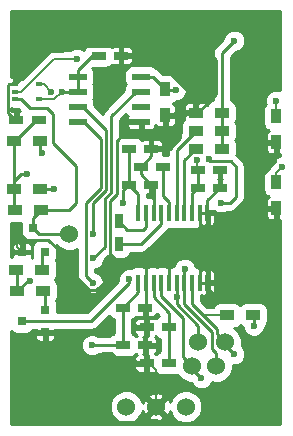
<source format=gbl>
G04 #@! TF.FileFunction,Copper,L2,Bot,Signal*
%FSLAX46Y46*%
G04 Gerber Fmt 4.6, Leading zero omitted, Abs format (unit mm)*
G04 Created by KiCad (PCBNEW 4.0.4-stable) date 11/08/16 21:01:40*
%MOMM*%
%LPD*%
G01*
G04 APERTURE LIST*
%ADD10C,0.100000*%
%ADD11R,1.200000X0.750000*%
%ADD12R,1.550000X0.600000*%
%ADD13R,0.450000X1.450000*%
%ADD14R,0.750000X1.200000*%
%ADD15R,1.200000X0.900000*%
%ADD16R,0.900000X1.200000*%
%ADD17C,1.524000*%
%ADD18R,0.508000X0.304800*%
%ADD19R,0.800100X0.800100*%
%ADD20C,0.600000*%
%ADD21C,0.200000*%
%ADD22C,0.250000*%
%ADD23C,0.254000*%
G04 APERTURE END LIST*
D10*
D11*
X133284000Y-90170000D03*
X131384000Y-90170000D03*
D12*
X141986000Y-86487000D03*
X141986000Y-87757000D03*
X141986000Y-89027000D03*
X141986000Y-90297000D03*
X136586000Y-90297000D03*
X136586000Y-89027000D03*
X136586000Y-87757000D03*
X136586000Y-86487000D03*
D13*
X141728000Y-98015000D03*
X142378000Y-98015000D03*
X143028000Y-98015000D03*
X143678000Y-98015000D03*
X144328000Y-98015000D03*
X144978000Y-98015000D03*
X145628000Y-98015000D03*
X146278000Y-98015000D03*
X146928000Y-98015000D03*
X147578000Y-98015000D03*
X147578000Y-103915000D03*
X146928000Y-103915000D03*
X146278000Y-103915000D03*
X145628000Y-103915000D03*
X144978000Y-103915000D03*
X144328000Y-103915000D03*
X143678000Y-103915000D03*
X143028000Y-103915000D03*
X142378000Y-103915000D03*
X141728000Y-103915000D03*
D11*
X140401000Y-106045000D03*
X142301000Y-106045000D03*
X142433000Y-110744000D03*
X144333000Y-110744000D03*
X140909000Y-92583000D03*
X142809000Y-92583000D03*
X146751000Y-95885000D03*
X148651000Y-95885000D03*
X140401000Y-109220000D03*
X142301000Y-109220000D03*
X144333000Y-107696000D03*
X142433000Y-107696000D03*
X140909000Y-95631000D03*
X142809000Y-95631000D03*
X141925000Y-94107000D03*
X143825000Y-94107000D03*
X146751000Y-94361000D03*
X148651000Y-94361000D03*
D14*
X140081000Y-98745000D03*
X140081000Y-100645000D03*
D11*
X138369000Y-84709000D03*
X140269000Y-84709000D03*
D15*
X148801000Y-91059000D03*
X146601000Y-91059000D03*
X148801000Y-92583000D03*
X146601000Y-92583000D03*
X148801000Y-89535000D03*
X146601000Y-89535000D03*
D16*
X153416000Y-92032000D03*
X153416000Y-89832000D03*
X153416000Y-97620000D03*
X153416000Y-95420000D03*
D15*
X151468000Y-106680000D03*
X149268000Y-106680000D03*
D16*
X144018000Y-87546000D03*
X144018000Y-89746000D03*
D15*
X133434000Y-96012000D03*
X131234000Y-96012000D03*
X133688000Y-104648000D03*
X131488000Y-104648000D03*
X133604000Y-102870000D03*
X131404000Y-102870000D03*
X131318000Y-97790000D03*
X133518000Y-97790000D03*
X131234000Y-91948000D03*
X133434000Y-91948000D03*
D17*
X145756000Y-114427000D03*
X143256000Y-114427000D03*
X140716000Y-114427000D03*
D18*
X131318000Y-88392000D03*
X131318000Y-87122000D03*
X133350000Y-88392000D03*
X131318000Y-87757000D03*
X133350000Y-87122000D03*
D19*
X133842760Y-106238000D03*
X133842760Y-108138000D03*
X131843780Y-107188000D03*
X133792000Y-101330760D03*
X131892000Y-101330760D03*
X132842000Y-99331780D03*
D17*
X135890000Y-99822000D03*
X149098000Y-108966000D03*
X146812000Y-108966000D03*
X148336000Y-110998000D03*
X146304000Y-110998000D03*
D20*
X146685000Y-93533002D03*
X140462000Y-97155000D03*
X151511000Y-107569000D03*
X137795000Y-109220000D03*
X135255000Y-87757000D03*
X132334000Y-94742000D03*
X143256000Y-113157000D03*
X143256000Y-115697000D03*
X142367000Y-115316000D03*
X135001000Y-112268000D03*
X135001000Y-115443000D03*
X135509000Y-113919000D03*
X135586242Y-83996411D03*
X146558000Y-83312000D03*
X131479757Y-99568000D03*
X137795000Y-110744000D03*
X149860000Y-105174000D03*
X140970000Y-103632000D03*
X149860000Y-109982000D03*
X144907000Y-87630000D03*
X147701000Y-93472000D03*
X148717000Y-97155000D03*
X137922000Y-101854000D03*
X137888105Y-103939679D03*
X137922000Y-99822000D03*
X145003000Y-105156000D03*
X134366000Y-87757000D03*
X145669000Y-102743000D03*
X153416000Y-88519000D03*
X153924000Y-94107000D03*
X134620000Y-96012000D03*
X132588000Y-103759000D03*
X133604000Y-92964000D03*
X149860000Y-83439000D03*
X147066000Y-112014000D03*
X136525000Y-84963000D03*
D21*
X133350000Y-88392000D02*
X134620000Y-88392000D01*
X134620000Y-88392000D02*
X135255000Y-87757000D01*
X146685000Y-93533002D02*
X146685000Y-94295000D01*
X146685000Y-94295000D02*
X146751000Y-94361000D01*
D22*
X140462000Y-97155000D02*
X140462000Y-96078000D01*
X140462000Y-96078000D02*
X140909000Y-95631000D01*
X151511000Y-107569000D02*
X151511000Y-106723000D01*
X151511000Y-106723000D02*
X151468000Y-106680000D01*
X140401000Y-109220000D02*
X137795000Y-109220000D01*
X136586000Y-87757000D02*
X135255000Y-87757000D01*
X136586000Y-86487000D02*
X136586000Y-87757000D01*
X138369000Y-84709000D02*
X137814000Y-84709000D01*
X137814000Y-84709000D02*
X136586000Y-85937000D01*
X136586000Y-85937000D02*
X136586000Y-86487000D01*
X132334000Y-94742000D02*
X131804000Y-94742000D01*
X131804000Y-94742000D02*
X131234000Y-95312000D01*
X131234000Y-96012000D02*
X131234000Y-97706000D01*
X131234000Y-97706000D02*
X131318000Y-97790000D01*
X131234000Y-96012000D02*
X131234000Y-95312000D01*
X131234000Y-95312000D02*
X131234000Y-91948000D01*
X133284000Y-90170000D02*
X133059000Y-90170000D01*
X133059000Y-90170000D02*
X131281000Y-91948000D01*
X131281000Y-91948000D02*
X131234000Y-91948000D01*
X140401000Y-106045000D02*
X140401000Y-109220000D01*
X146751000Y-95885000D02*
X146278000Y-96358000D01*
X146278000Y-96358000D02*
X146278000Y-98015000D01*
X146751000Y-94361000D02*
X146751000Y-95885000D01*
X140909000Y-95631000D02*
X140909000Y-92583000D01*
X141728000Y-98015000D02*
X141728000Y-96450000D01*
X141728000Y-96450000D02*
X140909000Y-95631000D01*
X141728000Y-103915000D02*
X141728000Y-104718000D01*
X141728000Y-104718000D02*
X140401000Y-106045000D01*
D21*
X143256000Y-113157000D02*
X143256000Y-111342000D01*
X143256000Y-114427000D02*
X143256000Y-113157000D01*
X141940001Y-115742999D02*
X142367000Y-115316000D01*
X143256000Y-114427000D02*
X142367000Y-115316000D01*
X134442810Y-108138000D02*
X134874000Y-108569190D01*
X134874000Y-108569190D02*
X137048810Y-110744000D01*
X135001000Y-112268000D02*
X135300999Y-111968001D01*
X135300999Y-108996189D02*
X134874000Y-108569190D01*
X135300999Y-111968001D02*
X135300999Y-108996189D01*
X135001000Y-115443000D02*
X135300999Y-115742999D01*
X135300999Y-115742999D02*
X141940001Y-115742999D01*
X135509000Y-113919000D02*
X137795000Y-111633000D01*
X137795000Y-111633000D02*
X137795000Y-110744000D01*
X143256000Y-111342000D02*
X142658000Y-110744000D01*
X142658000Y-110744000D02*
X142433000Y-110744000D01*
D22*
X131318000Y-87122000D02*
X131322564Y-87122000D01*
X131322564Y-87122000D02*
X134116564Y-84328000D01*
X134116564Y-84328000D02*
X135254653Y-84328000D01*
X131384000Y-90170000D02*
X131318000Y-90170000D01*
X131318000Y-90170000D02*
X130738999Y-89590999D01*
X130738999Y-89590999D02*
X130738999Y-87197001D01*
X130738999Y-87197001D02*
X130814000Y-87122000D01*
X130814000Y-87122000D02*
X131318000Y-87122000D01*
D21*
X135586242Y-83996411D02*
X140131411Y-83996411D01*
X140131411Y-83996411D02*
X140269000Y-84134000D01*
X140269000Y-84134000D02*
X140269000Y-84709000D01*
D22*
X135251000Y-84328000D02*
X135254653Y-84328000D01*
X135254653Y-84328000D02*
X135586242Y-83996411D01*
X148350991Y-85962599D02*
X148350991Y-85104991D01*
X148350991Y-85104991D02*
X146558000Y-83312000D01*
D21*
X153416000Y-92032000D02*
X153416000Y-93726998D01*
X153416000Y-93726998D02*
X152371000Y-94771998D01*
X152371000Y-94771998D02*
X152371000Y-98015000D01*
X153416000Y-97620000D02*
X152766000Y-97620000D01*
X152766000Y-97620000D02*
X152371000Y-98015000D01*
X152371000Y-98015000D02*
X147578000Y-98015000D01*
D22*
X140025570Y-102177789D02*
X139358302Y-101510521D01*
X139358302Y-101510521D02*
X139358303Y-96992930D01*
X139907033Y-96444200D02*
X139907033Y-91899501D01*
X139358303Y-96992930D02*
X139907033Y-96444200D01*
X139907033Y-91899501D02*
X140620534Y-91186000D01*
X140620534Y-91186000D02*
X142116924Y-91186000D01*
X140025570Y-102177789D02*
X140025570Y-102727216D01*
X138188106Y-104564680D02*
X137588104Y-104564680D01*
X140025570Y-102727216D02*
X138188106Y-104564680D01*
X137588104Y-104564680D02*
X135844841Y-102821417D01*
X132183767Y-100272010D02*
X131479757Y-99568000D01*
X135844841Y-102821417D02*
X135844841Y-101998499D01*
X135844841Y-101998499D02*
X134118352Y-100272010D01*
X134118352Y-100272010D02*
X132183767Y-100272010D01*
D21*
X131479757Y-99568000D02*
X131479757Y-100918517D01*
X131479757Y-100918517D02*
X131892000Y-101330760D01*
X138649002Y-109889998D02*
X139480002Y-109889998D01*
X137795000Y-110744000D02*
X138649002Y-109889998D01*
X140334004Y-110744000D02*
X142433000Y-110744000D01*
X139480002Y-109889998D02*
X140334004Y-110744000D01*
X137795000Y-110744000D02*
X137048810Y-110744000D01*
X133842760Y-108138000D02*
X134442810Y-108138000D01*
D22*
X146601000Y-89535000D02*
X146601000Y-88398998D01*
X146601000Y-88398998D02*
X142911002Y-84709000D01*
X142911002Y-84709000D02*
X140269000Y-84709000D01*
X144018000Y-89746000D02*
X144718000Y-89746000D01*
X144718000Y-89746000D02*
X145142000Y-90170000D01*
X145142000Y-90170000D02*
X145288000Y-90170000D01*
X142116924Y-91186000D02*
X141986000Y-91055076D01*
X141986000Y-91055076D02*
X141986000Y-90297000D01*
X149860000Y-105174000D02*
X148337000Y-105174000D01*
X148337000Y-105174000D02*
X147578000Y-104415000D01*
X147578000Y-104415000D02*
X147578000Y-103915000D01*
X146928000Y-103915000D02*
X146928000Y-100838000D01*
X145542000Y-100965000D02*
X146801000Y-100965000D01*
X146928000Y-100838000D02*
X146928000Y-98015000D01*
X146801000Y-100965000D02*
X146928000Y-100838000D01*
X142811500Y-102171500D02*
X140031859Y-102171500D01*
X140031859Y-102171500D02*
X140025570Y-102177789D01*
X142809000Y-91878076D02*
X142809000Y-92583000D01*
X142116924Y-91186000D02*
X142809000Y-91878076D01*
X146601000Y-89535000D02*
X146751000Y-89535000D01*
X146751000Y-89535000D02*
X148350990Y-87935010D01*
X148350990Y-87935010D02*
X148350991Y-85962599D01*
X142433000Y-107696000D02*
X142433000Y-106177000D01*
X142433000Y-106177000D02*
X142301000Y-106045000D01*
X142301000Y-109220000D02*
X142301000Y-107828000D01*
X142301000Y-107828000D02*
X142433000Y-107696000D01*
X142433000Y-110744000D02*
X142433000Y-109352000D01*
X142433000Y-109352000D02*
X142301000Y-109220000D01*
X142378000Y-103915000D02*
X142378000Y-102605000D01*
X144018000Y-100965000D02*
X145542000Y-100965000D01*
X142378000Y-102605000D02*
X142811500Y-102171500D01*
X142811500Y-102171500D02*
X144018000Y-100965000D01*
X144328000Y-103915000D02*
X144328000Y-102179000D01*
X144328000Y-102179000D02*
X145542000Y-100965000D01*
X147578000Y-103915000D02*
X147578000Y-98015000D01*
X146928000Y-103915000D02*
X147578000Y-103915000D01*
X148651000Y-95885000D02*
X148651000Y-94361000D01*
X147578000Y-98015000D02*
X146928000Y-98015000D01*
X148651000Y-95885000D02*
X147578000Y-96958000D01*
X147578000Y-96958000D02*
X147578000Y-98015000D01*
X146601000Y-89535000D02*
X145923000Y-89535000D01*
X145923000Y-89535000D02*
X145288000Y-90170000D01*
X145288000Y-90170000D02*
X145288000Y-91694000D01*
X145288000Y-91694000D02*
X144399000Y-92583000D01*
X144399000Y-92583000D02*
X142809000Y-92583000D01*
X143028000Y-98015000D02*
X143028000Y-95850000D01*
X143028000Y-95850000D02*
X142809000Y-95631000D01*
X141925000Y-94107000D02*
X141925000Y-94747000D01*
X141925000Y-94747000D02*
X142809000Y-95631000D01*
X142809000Y-92583000D02*
X142809000Y-93223000D01*
X142809000Y-93223000D02*
X141925000Y-94107000D01*
X142378000Y-103915000D02*
X142378000Y-105968000D01*
X142378000Y-105968000D02*
X142301000Y-106045000D01*
X142809000Y-95631000D02*
X143028000Y-95850000D01*
X144333000Y-110744000D02*
X144333000Y-107696000D01*
X144333000Y-106487000D02*
X144333000Y-107696000D01*
X143028000Y-103915000D02*
X143028000Y-105182000D01*
X143028000Y-105182000D02*
X144333000Y-106487000D01*
X144328000Y-98015000D02*
X144328000Y-97084000D01*
X143825000Y-96581000D02*
X143825000Y-94107000D01*
X144328000Y-97084000D02*
X143825000Y-96581000D01*
X142378000Y-98015000D02*
X142378000Y-99176000D01*
X140777000Y-99441000D02*
X140081000Y-98745000D01*
X142113000Y-99441000D02*
X140777000Y-99441000D01*
X142378000Y-99176000D02*
X142113000Y-99441000D01*
X143678000Y-98015000D02*
X143678000Y-98931795D01*
X143678000Y-98931795D02*
X141964795Y-100645000D01*
X141964795Y-100645000D02*
X140081000Y-100645000D01*
X144978000Y-98015000D02*
X144978000Y-92682000D01*
X144978000Y-92682000D02*
X146601000Y-91059000D01*
X145628000Y-98015000D02*
X145628000Y-93556000D01*
X145628000Y-93556000D02*
X146601000Y-92583000D01*
X146278000Y-105760770D02*
X147197230Y-106680000D01*
X147197230Y-106680000D02*
X148405010Y-107887780D01*
D21*
X149268000Y-106680000D02*
X147197230Y-106680000D01*
D22*
X140970000Y-103915998D02*
X140970000Y-103632000D01*
X131843780Y-107188000D02*
X137697998Y-107188000D01*
X137697998Y-107188000D02*
X140970000Y-103915998D01*
X149098000Y-108966000D02*
X149098000Y-109220000D01*
X149098000Y-109220000D02*
X149860000Y-109982000D01*
X146278000Y-103915000D02*
X146278000Y-105760770D01*
X148405010Y-107887780D02*
X148405010Y-108273010D01*
X148405010Y-108273010D02*
X149098000Y-108966000D01*
X144907000Y-87630000D02*
X144102000Y-87630000D01*
X144102000Y-87630000D02*
X144018000Y-87546000D01*
X147762999Y-93660999D02*
X147701000Y-93599000D01*
X147701000Y-93599000D02*
X147701000Y-93472000D01*
X149987000Y-94107000D02*
X149540999Y-93660999D01*
X149540999Y-93660999D02*
X147762999Y-93660999D01*
X149987000Y-96647000D02*
X149987000Y-94107000D01*
X149479000Y-97155000D02*
X149987000Y-96647000D01*
X148717000Y-97155000D02*
X149479000Y-97155000D01*
X144018000Y-87546000D02*
X142959000Y-86487000D01*
X142959000Y-86487000D02*
X141986000Y-86487000D01*
X139457022Y-89810978D02*
X141511000Y-87757000D01*
X139457022Y-96257800D02*
X139457022Y-89810978D01*
X138908292Y-100867708D02*
X138908293Y-96806529D01*
X137922000Y-101854000D02*
X138908292Y-100867708D01*
X141511000Y-87757000D02*
X141986000Y-87757000D01*
X138908293Y-96806529D02*
X139457022Y-96257800D01*
X137293000Y-103344574D02*
X137293000Y-97149000D01*
X138557000Y-95885000D02*
X138557000Y-91731044D01*
X137061000Y-90297000D02*
X136586000Y-90297000D01*
X137888105Y-103939679D02*
X137293000Y-103344574D01*
X137293000Y-97149000D02*
X138557000Y-95885000D01*
X138557000Y-91731044D02*
X137122956Y-90297000D01*
X137122956Y-90297000D02*
X137061000Y-90297000D01*
X137922000Y-97156411D02*
X139007011Y-96071400D01*
X137922000Y-99822000D02*
X137922000Y-97156411D01*
X139007011Y-90973011D02*
X137061000Y-89027000D01*
X137061000Y-89027000D02*
X136586000Y-89027000D01*
X139007011Y-96071400D02*
X139007011Y-90973011D01*
X144978000Y-105733590D02*
X145003000Y-105708590D01*
X145003000Y-105708590D02*
X145003000Y-105156000D01*
X144978000Y-103915000D02*
X144978000Y-105733590D01*
X144978000Y-105733590D02*
X146812000Y-107567590D01*
X146812000Y-107567590D02*
X146812000Y-108966000D01*
D21*
X133350000Y-87122000D02*
X133731000Y-87122000D01*
X133731000Y-87122000D02*
X134366000Y-87757000D01*
D22*
X145628000Y-103915000D02*
X145628000Y-102784000D01*
X145628000Y-102784000D02*
X145669000Y-102743000D01*
X148336000Y-110998000D02*
X148336000Y-111252000D01*
X145628000Y-103915000D02*
X145628000Y-105747180D01*
X147955000Y-109539370D02*
X148336000Y-109920370D01*
X145628000Y-105747180D02*
X147955000Y-108074180D01*
X147955000Y-108074180D02*
X147955000Y-109539370D01*
X148336000Y-109920370D02*
X148336000Y-110998000D01*
D21*
X153416000Y-89832000D02*
X153416000Y-88519000D01*
X153416000Y-94615000D02*
X153416000Y-95420000D01*
X153924000Y-94107000D02*
X153416000Y-94615000D01*
D22*
X133434000Y-96012000D02*
X134620000Y-96012000D01*
X132588000Y-103759000D02*
X132377000Y-103759000D01*
X132377000Y-103759000D02*
X131488000Y-104648000D01*
X131488000Y-104648000D02*
X131488000Y-102954000D01*
X131488000Y-102954000D02*
X131404000Y-102870000D01*
X134008315Y-89115944D02*
X132545944Y-89115944D01*
X132545944Y-89115944D02*
X131822000Y-88392000D01*
X131822000Y-88392000D02*
X131318000Y-88392000D01*
X134008315Y-89115944D02*
X134527966Y-89635595D01*
X134527966Y-89635595D02*
X134527966Y-92086568D01*
X134527966Y-92086568D02*
X136460420Y-94019022D01*
X136460420Y-94019022D02*
X136460420Y-97186501D01*
X136460420Y-97186501D02*
X135856921Y-97790000D01*
X135856921Y-97790000D02*
X133518000Y-97790000D01*
X135890000Y-99822000D02*
X133332220Y-99822000D01*
X133332220Y-99822000D02*
X132842000Y-99331780D01*
X132842000Y-99331780D02*
X132842000Y-98466000D01*
X132842000Y-98466000D02*
X133518000Y-97790000D01*
X133434000Y-91948000D02*
X133434000Y-92794000D01*
X133434000Y-92794000D02*
X133604000Y-92964000D01*
X133842760Y-106238000D02*
X133842760Y-104802760D01*
X133842760Y-104802760D02*
X133688000Y-104648000D01*
X133604000Y-102870000D02*
X133604000Y-101518760D01*
X133604000Y-101518760D02*
X133792000Y-101330760D01*
X148801000Y-84498000D02*
X149860000Y-83439000D01*
X148801000Y-89535000D02*
X148801000Y-84498000D01*
X148801000Y-91059000D02*
X148801000Y-89535000D01*
X148801000Y-92583000D02*
X148801000Y-91059000D01*
X146304000Y-110998000D02*
X146304000Y-111252000D01*
X146304000Y-111252000D02*
X147066000Y-112014000D01*
X143678000Y-103915000D02*
X143678000Y-105070000D01*
X145542000Y-110236000D02*
X146304000Y-110998000D01*
X145542000Y-106934000D02*
X145542000Y-110236000D01*
X143678000Y-105070000D02*
X145542000Y-106934000D01*
D21*
X131318000Y-87757000D02*
X131772000Y-87757000D01*
X131772000Y-87757000D02*
X134566000Y-84963000D01*
X134566000Y-84963000D02*
X135263948Y-84963000D01*
X135263948Y-84963000D02*
X136525000Y-84963000D01*
D23*
G36*
X153747000Y-87644040D02*
X153602799Y-87584162D01*
X153230833Y-87583838D01*
X152887057Y-87725883D01*
X152623808Y-87988673D01*
X152481162Y-88332201D01*
X152480838Y-88704167D01*
X152509958Y-88774643D01*
X152369569Y-88980110D01*
X152318560Y-89232000D01*
X152318560Y-90432000D01*
X152362838Y-90667317D01*
X152501910Y-90883441D01*
X152714110Y-91028431D01*
X152788250Y-91043445D01*
X152724124Y-91070007D01*
X152604007Y-91190124D01*
X152539000Y-91347065D01*
X152539000Y-91802250D01*
X152645750Y-91909000D01*
X153293000Y-91909000D01*
X153293000Y-91889000D01*
X153539000Y-91889000D01*
X153539000Y-91909000D01*
X153559000Y-91909000D01*
X153559000Y-92155000D01*
X153539000Y-92155000D01*
X153539000Y-92952250D01*
X153645750Y-93059000D01*
X153747000Y-93059000D01*
X153747000Y-93171845D01*
X153738833Y-93171838D01*
X153395057Y-93313883D01*
X153131808Y-93576673D01*
X152989162Y-93920201D01*
X152989090Y-94002463D01*
X152896277Y-94095277D01*
X152827185Y-94198680D01*
X152730683Y-94216838D01*
X152514559Y-94355910D01*
X152369569Y-94568110D01*
X152318560Y-94820000D01*
X152318560Y-96020000D01*
X152362838Y-96255317D01*
X152501910Y-96471441D01*
X152714110Y-96616431D01*
X152788250Y-96631445D01*
X152724124Y-96658007D01*
X152604007Y-96778124D01*
X152539000Y-96935065D01*
X152539000Y-97390250D01*
X152645750Y-97497000D01*
X153293000Y-97497000D01*
X153293000Y-97477000D01*
X153539000Y-97477000D01*
X153539000Y-97497000D01*
X153559000Y-97497000D01*
X153559000Y-97743000D01*
X153539000Y-97743000D01*
X153539000Y-98540250D01*
X153645750Y-98647000D01*
X153747000Y-98647000D01*
X153747000Y-115901000D01*
X130987000Y-115901000D01*
X130987000Y-114703661D01*
X139318758Y-114703661D01*
X139530990Y-115217303D01*
X139923630Y-115610629D01*
X140436900Y-115823757D01*
X140992661Y-115824242D01*
X141506303Y-115612010D01*
X141828016Y-115290858D01*
X142566090Y-115290858D01*
X142646618Y-115475003D01*
X143094058Y-115628429D01*
X143566152Y-115598948D01*
X143865382Y-115475003D01*
X143945910Y-115290858D01*
X143256000Y-114600948D01*
X142566090Y-115290858D01*
X141828016Y-115290858D01*
X141899629Y-115219370D01*
X142091948Y-114756214D01*
X142207997Y-115036382D01*
X142392142Y-115116910D01*
X143082052Y-114427000D01*
X143429948Y-114427000D01*
X144119858Y-115116910D01*
X144304003Y-115036382D01*
X144391183Y-114782136D01*
X144570990Y-115217303D01*
X144963630Y-115610629D01*
X145476900Y-115823757D01*
X146032661Y-115824242D01*
X146546303Y-115612010D01*
X146939629Y-115219370D01*
X147152757Y-114706100D01*
X147153242Y-114150339D01*
X146941010Y-113636697D01*
X146548370Y-113243371D01*
X146035100Y-113030243D01*
X145479339Y-113029758D01*
X144965697Y-113241990D01*
X144572371Y-113634630D01*
X144400077Y-114049561D01*
X144304003Y-113817618D01*
X144119858Y-113737090D01*
X143429948Y-114427000D01*
X143082052Y-114427000D01*
X142392142Y-113737090D01*
X142207997Y-113817618D01*
X142102676Y-114124768D01*
X141901010Y-113636697D01*
X141827584Y-113563142D01*
X142566090Y-113563142D01*
X143256000Y-114253052D01*
X143945910Y-113563142D01*
X143865382Y-113378997D01*
X143417942Y-113225571D01*
X142945848Y-113255052D01*
X142646618Y-113378997D01*
X142566090Y-113563142D01*
X141827584Y-113563142D01*
X141508370Y-113243371D01*
X140995100Y-113030243D01*
X140439339Y-113029758D01*
X139925697Y-113241990D01*
X139532371Y-113634630D01*
X139319243Y-114147900D01*
X139318758Y-114703661D01*
X130987000Y-114703661D01*
X130987000Y-110973750D01*
X141406000Y-110973750D01*
X141406000Y-111203936D01*
X141471007Y-111360876D01*
X141591124Y-111480993D01*
X141748065Y-111546000D01*
X142203250Y-111546000D01*
X142310000Y-111439250D01*
X142310000Y-110867000D01*
X141512750Y-110867000D01*
X141406000Y-110973750D01*
X130987000Y-110973750D01*
X130987000Y-108367750D01*
X133015710Y-108367750D01*
X133015710Y-108622985D01*
X133080717Y-108779926D01*
X133200834Y-108900043D01*
X133357774Y-108965050D01*
X133613010Y-108965050D01*
X133719760Y-108858300D01*
X133719760Y-108261000D01*
X133965760Y-108261000D01*
X133965760Y-108858300D01*
X134072510Y-108965050D01*
X134327746Y-108965050D01*
X134484686Y-108900043D01*
X134604803Y-108779926D01*
X134669810Y-108622985D01*
X134669810Y-108367750D01*
X134563060Y-108261000D01*
X133965760Y-108261000D01*
X133719760Y-108261000D01*
X133122460Y-108261000D01*
X133015710Y-108367750D01*
X130987000Y-108367750D01*
X130987000Y-108044520D01*
X131191840Y-108184481D01*
X131443730Y-108235490D01*
X132243830Y-108235490D01*
X132479147Y-108191212D01*
X132695271Y-108052140D01*
X132766427Y-107948000D01*
X133055460Y-107948000D01*
X133122460Y-108015000D01*
X133719760Y-108015000D01*
X133719760Y-107995000D01*
X133965760Y-107995000D01*
X133965760Y-108015000D01*
X134563060Y-108015000D01*
X134630060Y-107948000D01*
X137697998Y-107948000D01*
X137988837Y-107890148D01*
X138235399Y-107725401D01*
X139239985Y-106720815D01*
X139336910Y-106871441D01*
X139549110Y-107016431D01*
X139641000Y-107035039D01*
X139641000Y-108227666D01*
X139565683Y-108241838D01*
X139349559Y-108380910D01*
X139295519Y-108460000D01*
X138357463Y-108460000D01*
X138325327Y-108427808D01*
X137981799Y-108285162D01*
X137609833Y-108284838D01*
X137266057Y-108426883D01*
X137002808Y-108689673D01*
X136860162Y-109033201D01*
X136859838Y-109405167D01*
X137001883Y-109748943D01*
X137264673Y-110012192D01*
X137608201Y-110154838D01*
X137980167Y-110155162D01*
X138323943Y-110013117D01*
X138357118Y-109980000D01*
X139294156Y-109980000D01*
X139336910Y-110046441D01*
X139549110Y-110191431D01*
X139801000Y-110242440D01*
X141001000Y-110242440D01*
X141236317Y-110198162D01*
X141452441Y-110059090D01*
X141508287Y-109977357D01*
X141587827Y-110010304D01*
X141471007Y-110127124D01*
X141406000Y-110284064D01*
X141406000Y-110514250D01*
X141512750Y-110621000D01*
X142310000Y-110621000D01*
X142310000Y-110048750D01*
X142203250Y-109942000D01*
X142151250Y-109942000D01*
X142178000Y-109915250D01*
X142178000Y-109343000D01*
X142158000Y-109343000D01*
X142158000Y-109097000D01*
X142178000Y-109097000D01*
X142178000Y-108524750D01*
X142151250Y-108498000D01*
X142203250Y-108498000D01*
X142310000Y-108391250D01*
X142310000Y-107819000D01*
X141512750Y-107819000D01*
X141406000Y-107925750D01*
X141406000Y-108155936D01*
X141471007Y-108312876D01*
X141587827Y-108429696D01*
X141509280Y-108462232D01*
X141465090Y-108393559D01*
X141252890Y-108248569D01*
X141161000Y-108229961D01*
X141161000Y-107236064D01*
X141406000Y-107236064D01*
X141406000Y-107466250D01*
X141512750Y-107573000D01*
X142310000Y-107573000D01*
X142310000Y-107000750D01*
X142203250Y-106894000D01*
X141748065Y-106894000D01*
X141591124Y-106959007D01*
X141471007Y-107079124D01*
X141406000Y-107236064D01*
X141161000Y-107236064D01*
X141161000Y-107037334D01*
X141236317Y-107023162D01*
X141452441Y-106884090D01*
X141508287Y-106802357D01*
X141616065Y-106847000D01*
X142071250Y-106847000D01*
X142178000Y-106740250D01*
X142178000Y-106168000D01*
X142158000Y-106168000D01*
X142158000Y-105922000D01*
X142178000Y-105922000D01*
X142178000Y-105902000D01*
X142424000Y-105902000D01*
X142424000Y-105922000D01*
X142444000Y-105922000D01*
X142444000Y-106168000D01*
X142424000Y-106168000D01*
X142424000Y-106740250D01*
X142530750Y-106847000D01*
X142985935Y-106847000D01*
X143142876Y-106781993D01*
X143262993Y-106661876D01*
X143312809Y-106541611D01*
X143492422Y-106721224D01*
X143281559Y-106856910D01*
X143225713Y-106938643D01*
X143117935Y-106894000D01*
X142662750Y-106894000D01*
X142556000Y-107000750D01*
X142556000Y-107573000D01*
X142576000Y-107573000D01*
X142576000Y-107819000D01*
X142556000Y-107819000D01*
X142556000Y-108391250D01*
X142582750Y-108418000D01*
X142530750Y-108418000D01*
X142424000Y-108524750D01*
X142424000Y-109097000D01*
X143221250Y-109097000D01*
X143328000Y-108990250D01*
X143328000Y-108760064D01*
X143262993Y-108603124D01*
X143146173Y-108486304D01*
X143224720Y-108453768D01*
X143268910Y-108522441D01*
X143481110Y-108667431D01*
X143573000Y-108686039D01*
X143573000Y-109751666D01*
X143497683Y-109765838D01*
X143281559Y-109904910D01*
X143225713Y-109986643D01*
X143146173Y-109953696D01*
X143262993Y-109836876D01*
X143328000Y-109679936D01*
X143328000Y-109449750D01*
X143221250Y-109343000D01*
X142424000Y-109343000D01*
X142424000Y-109915250D01*
X142530750Y-110022000D01*
X142582750Y-110022000D01*
X142556000Y-110048750D01*
X142556000Y-110621000D01*
X142576000Y-110621000D01*
X142576000Y-110867000D01*
X142556000Y-110867000D01*
X142556000Y-111439250D01*
X142662750Y-111546000D01*
X143117935Y-111546000D01*
X143224720Y-111501768D01*
X143268910Y-111570441D01*
X143481110Y-111715431D01*
X143733000Y-111766440D01*
X144933000Y-111766440D01*
X145097191Y-111735545D01*
X145118990Y-111788303D01*
X145511630Y-112181629D01*
X146024900Y-112394757D01*
X146211721Y-112394920D01*
X146272883Y-112542943D01*
X146535673Y-112806192D01*
X146879201Y-112948838D01*
X147251167Y-112949162D01*
X147594943Y-112807117D01*
X147858192Y-112544327D01*
X147940388Y-112346377D01*
X148056900Y-112394757D01*
X148612661Y-112395242D01*
X149126303Y-112183010D01*
X149519629Y-111790370D01*
X149732757Y-111277100D01*
X149733071Y-110916890D01*
X150045167Y-110917162D01*
X150388943Y-110775117D01*
X150652192Y-110512327D01*
X150794838Y-110168799D01*
X150795162Y-109796833D01*
X150653117Y-109453057D01*
X150480294Y-109279932D01*
X150494757Y-109245100D01*
X150495242Y-108689339D01*
X150283010Y-108175697D01*
X149890370Y-107782371D01*
X149875222Y-107776081D01*
X150103317Y-107733162D01*
X150319441Y-107594090D01*
X150367134Y-107524289D01*
X150403910Y-107581441D01*
X150575886Y-107698947D01*
X150575838Y-107754167D01*
X150717883Y-108097943D01*
X150980673Y-108361192D01*
X151324201Y-108503838D01*
X151696167Y-108504162D01*
X152039943Y-108362117D01*
X152303192Y-108099327D01*
X152445838Y-107755799D01*
X152445938Y-107641388D01*
X152519441Y-107594090D01*
X152664431Y-107381890D01*
X152715440Y-107130000D01*
X152715440Y-106230000D01*
X152671162Y-105994683D01*
X152532090Y-105778559D01*
X152319890Y-105633569D01*
X152068000Y-105582560D01*
X150868000Y-105582560D01*
X150632683Y-105626838D01*
X150416559Y-105765910D01*
X150368866Y-105835711D01*
X150332090Y-105778559D01*
X150119890Y-105633569D01*
X149868000Y-105582560D01*
X148668000Y-105582560D01*
X148432683Y-105626838D01*
X148216559Y-105765910D01*
X148094192Y-105945000D01*
X147537032Y-105945000D01*
X147038000Y-105445968D01*
X147038000Y-105067000D01*
X147051002Y-105067000D01*
X147051002Y-104970752D01*
X147147250Y-105067000D01*
X147237936Y-105067000D01*
X147253000Y-105060760D01*
X147268064Y-105067000D01*
X147358750Y-105067000D01*
X147465500Y-104960250D01*
X147465500Y-104931369D01*
X147514993Y-104881876D01*
X147580000Y-104724935D01*
X147580000Y-104144750D01*
X147473250Y-104038000D01*
X147690500Y-104038000D01*
X147690500Y-104960250D01*
X147797250Y-105067000D01*
X147887936Y-105067000D01*
X148044876Y-105001993D01*
X148164993Y-104881876D01*
X148230000Y-104724935D01*
X148230000Y-104144750D01*
X148123250Y-104038000D01*
X147690500Y-104038000D01*
X147473250Y-104038000D01*
X147435000Y-104038000D01*
X147435000Y-103792000D01*
X147473250Y-103792000D01*
X147580000Y-103685250D01*
X147580000Y-103105065D01*
X147514993Y-102948124D01*
X147465500Y-102898631D01*
X147465500Y-102869750D01*
X147690500Y-102869750D01*
X147690500Y-103792000D01*
X148123250Y-103792000D01*
X148230000Y-103685250D01*
X148230000Y-103105065D01*
X148164993Y-102948124D01*
X148044876Y-102828007D01*
X147887936Y-102763000D01*
X147797250Y-102763000D01*
X147690500Y-102869750D01*
X147465500Y-102869750D01*
X147358750Y-102763000D01*
X147268064Y-102763000D01*
X147253000Y-102769240D01*
X147237936Y-102763000D01*
X147147250Y-102763000D01*
X147051002Y-102859248D01*
X147051002Y-102763000D01*
X146982817Y-102763000D01*
X146967090Y-102738559D01*
X146754890Y-102593569D01*
X146604157Y-102563045D01*
X146604162Y-102557833D01*
X146462117Y-102214057D01*
X146199327Y-101950808D01*
X145855799Y-101808162D01*
X145483833Y-101807838D01*
X145140057Y-101949883D01*
X144876808Y-102212673D01*
X144738710Y-102545249D01*
X144517683Y-102586838D01*
X144325773Y-102710329D01*
X144154890Y-102593569D01*
X143903000Y-102542560D01*
X143453000Y-102542560D01*
X143349329Y-102562067D01*
X143253000Y-102542560D01*
X142803000Y-102542560D01*
X142567683Y-102586838D01*
X142375773Y-102710329D01*
X142204890Y-102593569D01*
X141953000Y-102542560D01*
X141503000Y-102542560D01*
X141267683Y-102586838D01*
X141096317Y-102697109D01*
X140784833Y-102696838D01*
X140441057Y-102838883D01*
X140177808Y-103101673D01*
X140035162Y-103445201D01*
X140034874Y-103776322D01*
X137383196Y-106428000D01*
X134890250Y-106428000D01*
X134890250Y-105837950D01*
X134845972Y-105602633D01*
X134780868Y-105501459D01*
X134884431Y-105349890D01*
X134935440Y-105098000D01*
X134935440Y-104198000D01*
X134891162Y-103962683D01*
X134752090Y-103746559D01*
X134703684Y-103713484D01*
X134800431Y-103571890D01*
X134851440Y-103320000D01*
X134851440Y-102420000D01*
X134807162Y-102184683D01*
X134731166Y-102066583D01*
X134788481Y-101982700D01*
X134839490Y-101730810D01*
X134839490Y-100930710D01*
X134796902Y-100704376D01*
X135097630Y-101005629D01*
X135610900Y-101218757D01*
X136166661Y-101219242D01*
X136533000Y-101067874D01*
X136533000Y-103344574D01*
X136590852Y-103635413D01*
X136755599Y-103881975D01*
X136952983Y-104079359D01*
X136952943Y-104124846D01*
X137094988Y-104468622D01*
X137357778Y-104731871D01*
X137701306Y-104874517D01*
X138073272Y-104874841D01*
X138417048Y-104732796D01*
X138680297Y-104470006D01*
X138822943Y-104126478D01*
X138823267Y-103754512D01*
X138681222Y-103410736D01*
X138418432Y-103147487D01*
X138074904Y-103004841D01*
X138053000Y-103004822D01*
X138053000Y-102789115D01*
X138107167Y-102789162D01*
X138450943Y-102647117D01*
X138714192Y-102384327D01*
X138856838Y-102040799D01*
X138856879Y-101993923D01*
X139207631Y-101643171D01*
X139241910Y-101696441D01*
X139454110Y-101841431D01*
X139706000Y-101892440D01*
X140456000Y-101892440D01*
X140691317Y-101848162D01*
X140907441Y-101709090D01*
X141052431Y-101496890D01*
X141071039Y-101405000D01*
X141964795Y-101405000D01*
X142255634Y-101347148D01*
X142502196Y-101182401D01*
X144215401Y-99469196D01*
X144270028Y-99387440D01*
X144553000Y-99387440D01*
X144656671Y-99367933D01*
X144753000Y-99387440D01*
X145203000Y-99387440D01*
X145306671Y-99367933D01*
X145403000Y-99387440D01*
X145853000Y-99387440D01*
X145956671Y-99367933D01*
X146053000Y-99387440D01*
X146503000Y-99387440D01*
X146738317Y-99343162D01*
X146954441Y-99204090D01*
X146979783Y-99167000D01*
X147051002Y-99167000D01*
X147051002Y-99070752D01*
X147147250Y-99167000D01*
X147237936Y-99167000D01*
X147253000Y-99160760D01*
X147268064Y-99167000D01*
X147358750Y-99167000D01*
X147465500Y-99060250D01*
X147465500Y-99031369D01*
X147514993Y-98981876D01*
X147580000Y-98824935D01*
X147580000Y-98244750D01*
X147473250Y-98138000D01*
X147690500Y-98138000D01*
X147690500Y-99060250D01*
X147797250Y-99167000D01*
X147887936Y-99167000D01*
X148044876Y-99101993D01*
X148164993Y-98981876D01*
X148230000Y-98824935D01*
X148230000Y-98244750D01*
X148123250Y-98138000D01*
X147690500Y-98138000D01*
X147473250Y-98138000D01*
X147435000Y-98138000D01*
X147435000Y-97892000D01*
X147473250Y-97892000D01*
X147493250Y-97872000D01*
X147690500Y-97872000D01*
X147690500Y-97892000D01*
X148123250Y-97892000D01*
X148127417Y-97887833D01*
X148186673Y-97947192D01*
X148530201Y-98089838D01*
X148902167Y-98090162D01*
X149245943Y-97948117D01*
X149279118Y-97915000D01*
X149479000Y-97915000D01*
X149769839Y-97857148D01*
X149780910Y-97849750D01*
X152539000Y-97849750D01*
X152539000Y-98304935D01*
X152604007Y-98461876D01*
X152724124Y-98581993D01*
X152881064Y-98647000D01*
X153186250Y-98647000D01*
X153293000Y-98540250D01*
X153293000Y-97743000D01*
X152645750Y-97743000D01*
X152539000Y-97849750D01*
X149780910Y-97849750D01*
X150016401Y-97692401D01*
X150524401Y-97184401D01*
X150588913Y-97087852D01*
X150689148Y-96937839D01*
X150747000Y-96647000D01*
X150747000Y-94107000D01*
X150689148Y-93816161D01*
X150524401Y-93569599D01*
X150078400Y-93123598D01*
X150035851Y-93095168D01*
X150048440Y-93033000D01*
X150048440Y-92261750D01*
X152539000Y-92261750D01*
X152539000Y-92716935D01*
X152604007Y-92873876D01*
X152724124Y-92993993D01*
X152881064Y-93059000D01*
X153186250Y-93059000D01*
X153293000Y-92952250D01*
X153293000Y-92155000D01*
X152645750Y-92155000D01*
X152539000Y-92261750D01*
X150048440Y-92261750D01*
X150048440Y-92133000D01*
X150004162Y-91897683D01*
X149955566Y-91822162D01*
X149997431Y-91760890D01*
X150048440Y-91509000D01*
X150048440Y-90609000D01*
X150004162Y-90373683D01*
X149955566Y-90298162D01*
X149997431Y-90236890D01*
X150048440Y-89985000D01*
X150048440Y-89085000D01*
X150004162Y-88849683D01*
X149865090Y-88633559D01*
X149652890Y-88488569D01*
X149561000Y-88469961D01*
X149561000Y-84812802D01*
X149999680Y-84374122D01*
X150045167Y-84374162D01*
X150388943Y-84232117D01*
X150652192Y-83969327D01*
X150794838Y-83625799D01*
X150795162Y-83253833D01*
X150653117Y-82910057D01*
X150390327Y-82646808D01*
X150046799Y-82504162D01*
X149674833Y-82503838D01*
X149331057Y-82645883D01*
X149067808Y-82908673D01*
X148925162Y-83252201D01*
X148925121Y-83299077D01*
X148263599Y-83960599D01*
X148098852Y-84207161D01*
X148041000Y-84498000D01*
X148041000Y-88467666D01*
X147965683Y-88481838D01*
X147749559Y-88620910D01*
X147604569Y-88833110D01*
X147589555Y-88907250D01*
X147562993Y-88843124D01*
X147442876Y-88723007D01*
X147285935Y-88658000D01*
X146830750Y-88658000D01*
X146724000Y-88764750D01*
X146724000Y-89412000D01*
X146744000Y-89412000D01*
X146744000Y-89658000D01*
X146724000Y-89658000D01*
X146724000Y-89678000D01*
X146478000Y-89678000D01*
X146478000Y-89658000D01*
X145680750Y-89658000D01*
X145574000Y-89764750D01*
X145574000Y-90069936D01*
X145593376Y-90116714D01*
X145549559Y-90144910D01*
X145404569Y-90357110D01*
X145353560Y-90609000D01*
X145353560Y-91231638D01*
X144440599Y-92144599D01*
X144275852Y-92391161D01*
X144218000Y-92682000D01*
X144218000Y-93084560D01*
X143818759Y-93084560D01*
X143836000Y-93042936D01*
X143836000Y-92812750D01*
X143729250Y-92706000D01*
X142932000Y-92706000D01*
X142932000Y-92726000D01*
X142686000Y-92726000D01*
X142686000Y-92706000D01*
X142666000Y-92706000D01*
X142666000Y-92460000D01*
X142686000Y-92460000D01*
X142686000Y-91887750D01*
X142932000Y-91887750D01*
X142932000Y-92460000D01*
X143729250Y-92460000D01*
X143836000Y-92353250D01*
X143836000Y-92123064D01*
X143770993Y-91966124D01*
X143650876Y-91846007D01*
X143493935Y-91781000D01*
X143038750Y-91781000D01*
X142932000Y-91887750D01*
X142686000Y-91887750D01*
X142579250Y-91781000D01*
X142124065Y-91781000D01*
X142017280Y-91825232D01*
X141973090Y-91756559D01*
X141760890Y-91611569D01*
X141509000Y-91560560D01*
X140309000Y-91560560D01*
X140217022Y-91577867D01*
X140217022Y-90526750D01*
X140784000Y-90526750D01*
X140784000Y-90681936D01*
X140849007Y-90838876D01*
X140969124Y-90958993D01*
X141126065Y-91024000D01*
X141756250Y-91024000D01*
X141863000Y-90917250D01*
X141863000Y-90420000D01*
X140890750Y-90420000D01*
X140784000Y-90526750D01*
X140217022Y-90526750D01*
X140217022Y-90125780D01*
X140675436Y-89667366D01*
X140746910Y-89778441D01*
X140818958Y-89827669D01*
X140784000Y-89912064D01*
X140784000Y-90067250D01*
X140890750Y-90174000D01*
X141863000Y-90174000D01*
X141863000Y-90154000D01*
X142109000Y-90154000D01*
X142109000Y-90174000D01*
X142129000Y-90174000D01*
X142129000Y-90420000D01*
X142109000Y-90420000D01*
X142109000Y-90917250D01*
X142215750Y-91024000D01*
X142845935Y-91024000D01*
X143002876Y-90958993D01*
X143122993Y-90838876D01*
X143188000Y-90681936D01*
X143188000Y-90544403D01*
X143206007Y-90587876D01*
X143326124Y-90707993D01*
X143483064Y-90773000D01*
X143788250Y-90773000D01*
X143895000Y-90666250D01*
X143895000Y-89869000D01*
X144141000Y-89869000D01*
X144141000Y-90666250D01*
X144247750Y-90773000D01*
X144552936Y-90773000D01*
X144709876Y-90707993D01*
X144829993Y-90587876D01*
X144895000Y-90430935D01*
X144895000Y-89975750D01*
X144788250Y-89869000D01*
X144141000Y-89869000D01*
X143895000Y-89869000D01*
X143875000Y-89869000D01*
X143875000Y-89623000D01*
X143895000Y-89623000D01*
X143895000Y-89603000D01*
X144141000Y-89603000D01*
X144141000Y-89623000D01*
X144788250Y-89623000D01*
X144895000Y-89516250D01*
X144895000Y-89061065D01*
X144869733Y-89000064D01*
X145574000Y-89000064D01*
X145574000Y-89305250D01*
X145680750Y-89412000D01*
X146478000Y-89412000D01*
X146478000Y-88764750D01*
X146371250Y-88658000D01*
X145916065Y-88658000D01*
X145759124Y-88723007D01*
X145639007Y-88843124D01*
X145574000Y-89000064D01*
X144869733Y-89000064D01*
X144829993Y-88904124D01*
X144709876Y-88784007D01*
X144649982Y-88759198D01*
X144703317Y-88749162D01*
X144919441Y-88610090D01*
X144950223Y-88565038D01*
X145092167Y-88565162D01*
X145435943Y-88423117D01*
X145699192Y-88160327D01*
X145841838Y-87816799D01*
X145842162Y-87444833D01*
X145700117Y-87101057D01*
X145437327Y-86837808D01*
X145093799Y-86695162D01*
X145061156Y-86695134D01*
X144932090Y-86494559D01*
X144719890Y-86349569D01*
X144468000Y-86298560D01*
X143845362Y-86298560D01*
X143496401Y-85949599D01*
X143262067Y-85793022D01*
X143225090Y-85735559D01*
X143012890Y-85590569D01*
X142761000Y-85539560D01*
X141211000Y-85539560D01*
X140975683Y-85583838D01*
X140759559Y-85722910D01*
X140614569Y-85935110D01*
X140563560Y-86187000D01*
X140563560Y-86787000D01*
X140607838Y-87022317D01*
X140671678Y-87121528D01*
X140614569Y-87205110D01*
X140563560Y-87457000D01*
X140563560Y-87629638D01*
X138919621Y-89273577D01*
X138754874Y-89520139D01*
X138733980Y-89625178D01*
X138008440Y-88899638D01*
X138008440Y-88727000D01*
X137964162Y-88491683D01*
X137900322Y-88392472D01*
X137957431Y-88308890D01*
X138008440Y-88057000D01*
X138008440Y-87457000D01*
X137964162Y-87221683D01*
X137900322Y-87122472D01*
X137957431Y-87038890D01*
X138008440Y-86787000D01*
X138008440Y-86187000D01*
X137964162Y-85951683D01*
X137839637Y-85758165D01*
X137866362Y-85731440D01*
X138969000Y-85731440D01*
X139204317Y-85687162D01*
X139420441Y-85548090D01*
X139476287Y-85466357D01*
X139584065Y-85511000D01*
X140039250Y-85511000D01*
X140146000Y-85404250D01*
X140146000Y-84832000D01*
X140392000Y-84832000D01*
X140392000Y-85404250D01*
X140498750Y-85511000D01*
X140953935Y-85511000D01*
X141110876Y-85445993D01*
X141230993Y-85325876D01*
X141296000Y-85168936D01*
X141296000Y-84938750D01*
X141189250Y-84832000D01*
X140392000Y-84832000D01*
X140146000Y-84832000D01*
X140126000Y-84832000D01*
X140126000Y-84586000D01*
X140146000Y-84586000D01*
X140146000Y-84013750D01*
X140392000Y-84013750D01*
X140392000Y-84586000D01*
X141189250Y-84586000D01*
X141296000Y-84479250D01*
X141296000Y-84249064D01*
X141230993Y-84092124D01*
X141110876Y-83972007D01*
X140953935Y-83907000D01*
X140498750Y-83907000D01*
X140392000Y-84013750D01*
X140146000Y-84013750D01*
X140039250Y-83907000D01*
X139584065Y-83907000D01*
X139477280Y-83951232D01*
X139433090Y-83882559D01*
X139220890Y-83737569D01*
X138969000Y-83686560D01*
X137769000Y-83686560D01*
X137533683Y-83730838D01*
X137317559Y-83869910D01*
X137172569Y-84082110D01*
X137137864Y-84253489D01*
X137055327Y-84170808D01*
X136711799Y-84028162D01*
X136339833Y-84027838D01*
X135996057Y-84169883D01*
X135937838Y-84228000D01*
X134566000Y-84228000D01*
X134284728Y-84283949D01*
X134046277Y-84443276D01*
X131847911Y-86641642D01*
X131813876Y-86607607D01*
X131656935Y-86542600D01*
X131547750Y-86542600D01*
X131441000Y-86649350D01*
X131441000Y-86957160D01*
X131195000Y-86957160D01*
X131195000Y-86649350D01*
X131088250Y-86542600D01*
X130987000Y-86542600D01*
X130987000Y-80949000D01*
X153747000Y-80949000D01*
X153747000Y-87644040D01*
X153747000Y-87644040D01*
G37*
X153747000Y-87644040D02*
X153602799Y-87584162D01*
X153230833Y-87583838D01*
X152887057Y-87725883D01*
X152623808Y-87988673D01*
X152481162Y-88332201D01*
X152480838Y-88704167D01*
X152509958Y-88774643D01*
X152369569Y-88980110D01*
X152318560Y-89232000D01*
X152318560Y-90432000D01*
X152362838Y-90667317D01*
X152501910Y-90883441D01*
X152714110Y-91028431D01*
X152788250Y-91043445D01*
X152724124Y-91070007D01*
X152604007Y-91190124D01*
X152539000Y-91347065D01*
X152539000Y-91802250D01*
X152645750Y-91909000D01*
X153293000Y-91909000D01*
X153293000Y-91889000D01*
X153539000Y-91889000D01*
X153539000Y-91909000D01*
X153559000Y-91909000D01*
X153559000Y-92155000D01*
X153539000Y-92155000D01*
X153539000Y-92952250D01*
X153645750Y-93059000D01*
X153747000Y-93059000D01*
X153747000Y-93171845D01*
X153738833Y-93171838D01*
X153395057Y-93313883D01*
X153131808Y-93576673D01*
X152989162Y-93920201D01*
X152989090Y-94002463D01*
X152896277Y-94095277D01*
X152827185Y-94198680D01*
X152730683Y-94216838D01*
X152514559Y-94355910D01*
X152369569Y-94568110D01*
X152318560Y-94820000D01*
X152318560Y-96020000D01*
X152362838Y-96255317D01*
X152501910Y-96471441D01*
X152714110Y-96616431D01*
X152788250Y-96631445D01*
X152724124Y-96658007D01*
X152604007Y-96778124D01*
X152539000Y-96935065D01*
X152539000Y-97390250D01*
X152645750Y-97497000D01*
X153293000Y-97497000D01*
X153293000Y-97477000D01*
X153539000Y-97477000D01*
X153539000Y-97497000D01*
X153559000Y-97497000D01*
X153559000Y-97743000D01*
X153539000Y-97743000D01*
X153539000Y-98540250D01*
X153645750Y-98647000D01*
X153747000Y-98647000D01*
X153747000Y-115901000D01*
X130987000Y-115901000D01*
X130987000Y-114703661D01*
X139318758Y-114703661D01*
X139530990Y-115217303D01*
X139923630Y-115610629D01*
X140436900Y-115823757D01*
X140992661Y-115824242D01*
X141506303Y-115612010D01*
X141828016Y-115290858D01*
X142566090Y-115290858D01*
X142646618Y-115475003D01*
X143094058Y-115628429D01*
X143566152Y-115598948D01*
X143865382Y-115475003D01*
X143945910Y-115290858D01*
X143256000Y-114600948D01*
X142566090Y-115290858D01*
X141828016Y-115290858D01*
X141899629Y-115219370D01*
X142091948Y-114756214D01*
X142207997Y-115036382D01*
X142392142Y-115116910D01*
X143082052Y-114427000D01*
X143429948Y-114427000D01*
X144119858Y-115116910D01*
X144304003Y-115036382D01*
X144391183Y-114782136D01*
X144570990Y-115217303D01*
X144963630Y-115610629D01*
X145476900Y-115823757D01*
X146032661Y-115824242D01*
X146546303Y-115612010D01*
X146939629Y-115219370D01*
X147152757Y-114706100D01*
X147153242Y-114150339D01*
X146941010Y-113636697D01*
X146548370Y-113243371D01*
X146035100Y-113030243D01*
X145479339Y-113029758D01*
X144965697Y-113241990D01*
X144572371Y-113634630D01*
X144400077Y-114049561D01*
X144304003Y-113817618D01*
X144119858Y-113737090D01*
X143429948Y-114427000D01*
X143082052Y-114427000D01*
X142392142Y-113737090D01*
X142207997Y-113817618D01*
X142102676Y-114124768D01*
X141901010Y-113636697D01*
X141827584Y-113563142D01*
X142566090Y-113563142D01*
X143256000Y-114253052D01*
X143945910Y-113563142D01*
X143865382Y-113378997D01*
X143417942Y-113225571D01*
X142945848Y-113255052D01*
X142646618Y-113378997D01*
X142566090Y-113563142D01*
X141827584Y-113563142D01*
X141508370Y-113243371D01*
X140995100Y-113030243D01*
X140439339Y-113029758D01*
X139925697Y-113241990D01*
X139532371Y-113634630D01*
X139319243Y-114147900D01*
X139318758Y-114703661D01*
X130987000Y-114703661D01*
X130987000Y-110973750D01*
X141406000Y-110973750D01*
X141406000Y-111203936D01*
X141471007Y-111360876D01*
X141591124Y-111480993D01*
X141748065Y-111546000D01*
X142203250Y-111546000D01*
X142310000Y-111439250D01*
X142310000Y-110867000D01*
X141512750Y-110867000D01*
X141406000Y-110973750D01*
X130987000Y-110973750D01*
X130987000Y-108367750D01*
X133015710Y-108367750D01*
X133015710Y-108622985D01*
X133080717Y-108779926D01*
X133200834Y-108900043D01*
X133357774Y-108965050D01*
X133613010Y-108965050D01*
X133719760Y-108858300D01*
X133719760Y-108261000D01*
X133965760Y-108261000D01*
X133965760Y-108858300D01*
X134072510Y-108965050D01*
X134327746Y-108965050D01*
X134484686Y-108900043D01*
X134604803Y-108779926D01*
X134669810Y-108622985D01*
X134669810Y-108367750D01*
X134563060Y-108261000D01*
X133965760Y-108261000D01*
X133719760Y-108261000D01*
X133122460Y-108261000D01*
X133015710Y-108367750D01*
X130987000Y-108367750D01*
X130987000Y-108044520D01*
X131191840Y-108184481D01*
X131443730Y-108235490D01*
X132243830Y-108235490D01*
X132479147Y-108191212D01*
X132695271Y-108052140D01*
X132766427Y-107948000D01*
X133055460Y-107948000D01*
X133122460Y-108015000D01*
X133719760Y-108015000D01*
X133719760Y-107995000D01*
X133965760Y-107995000D01*
X133965760Y-108015000D01*
X134563060Y-108015000D01*
X134630060Y-107948000D01*
X137697998Y-107948000D01*
X137988837Y-107890148D01*
X138235399Y-107725401D01*
X139239985Y-106720815D01*
X139336910Y-106871441D01*
X139549110Y-107016431D01*
X139641000Y-107035039D01*
X139641000Y-108227666D01*
X139565683Y-108241838D01*
X139349559Y-108380910D01*
X139295519Y-108460000D01*
X138357463Y-108460000D01*
X138325327Y-108427808D01*
X137981799Y-108285162D01*
X137609833Y-108284838D01*
X137266057Y-108426883D01*
X137002808Y-108689673D01*
X136860162Y-109033201D01*
X136859838Y-109405167D01*
X137001883Y-109748943D01*
X137264673Y-110012192D01*
X137608201Y-110154838D01*
X137980167Y-110155162D01*
X138323943Y-110013117D01*
X138357118Y-109980000D01*
X139294156Y-109980000D01*
X139336910Y-110046441D01*
X139549110Y-110191431D01*
X139801000Y-110242440D01*
X141001000Y-110242440D01*
X141236317Y-110198162D01*
X141452441Y-110059090D01*
X141508287Y-109977357D01*
X141587827Y-110010304D01*
X141471007Y-110127124D01*
X141406000Y-110284064D01*
X141406000Y-110514250D01*
X141512750Y-110621000D01*
X142310000Y-110621000D01*
X142310000Y-110048750D01*
X142203250Y-109942000D01*
X142151250Y-109942000D01*
X142178000Y-109915250D01*
X142178000Y-109343000D01*
X142158000Y-109343000D01*
X142158000Y-109097000D01*
X142178000Y-109097000D01*
X142178000Y-108524750D01*
X142151250Y-108498000D01*
X142203250Y-108498000D01*
X142310000Y-108391250D01*
X142310000Y-107819000D01*
X141512750Y-107819000D01*
X141406000Y-107925750D01*
X141406000Y-108155936D01*
X141471007Y-108312876D01*
X141587827Y-108429696D01*
X141509280Y-108462232D01*
X141465090Y-108393559D01*
X141252890Y-108248569D01*
X141161000Y-108229961D01*
X141161000Y-107236064D01*
X141406000Y-107236064D01*
X141406000Y-107466250D01*
X141512750Y-107573000D01*
X142310000Y-107573000D01*
X142310000Y-107000750D01*
X142203250Y-106894000D01*
X141748065Y-106894000D01*
X141591124Y-106959007D01*
X141471007Y-107079124D01*
X141406000Y-107236064D01*
X141161000Y-107236064D01*
X141161000Y-107037334D01*
X141236317Y-107023162D01*
X141452441Y-106884090D01*
X141508287Y-106802357D01*
X141616065Y-106847000D01*
X142071250Y-106847000D01*
X142178000Y-106740250D01*
X142178000Y-106168000D01*
X142158000Y-106168000D01*
X142158000Y-105922000D01*
X142178000Y-105922000D01*
X142178000Y-105902000D01*
X142424000Y-105902000D01*
X142424000Y-105922000D01*
X142444000Y-105922000D01*
X142444000Y-106168000D01*
X142424000Y-106168000D01*
X142424000Y-106740250D01*
X142530750Y-106847000D01*
X142985935Y-106847000D01*
X143142876Y-106781993D01*
X143262993Y-106661876D01*
X143312809Y-106541611D01*
X143492422Y-106721224D01*
X143281559Y-106856910D01*
X143225713Y-106938643D01*
X143117935Y-106894000D01*
X142662750Y-106894000D01*
X142556000Y-107000750D01*
X142556000Y-107573000D01*
X142576000Y-107573000D01*
X142576000Y-107819000D01*
X142556000Y-107819000D01*
X142556000Y-108391250D01*
X142582750Y-108418000D01*
X142530750Y-108418000D01*
X142424000Y-108524750D01*
X142424000Y-109097000D01*
X143221250Y-109097000D01*
X143328000Y-108990250D01*
X143328000Y-108760064D01*
X143262993Y-108603124D01*
X143146173Y-108486304D01*
X143224720Y-108453768D01*
X143268910Y-108522441D01*
X143481110Y-108667431D01*
X143573000Y-108686039D01*
X143573000Y-109751666D01*
X143497683Y-109765838D01*
X143281559Y-109904910D01*
X143225713Y-109986643D01*
X143146173Y-109953696D01*
X143262993Y-109836876D01*
X143328000Y-109679936D01*
X143328000Y-109449750D01*
X143221250Y-109343000D01*
X142424000Y-109343000D01*
X142424000Y-109915250D01*
X142530750Y-110022000D01*
X142582750Y-110022000D01*
X142556000Y-110048750D01*
X142556000Y-110621000D01*
X142576000Y-110621000D01*
X142576000Y-110867000D01*
X142556000Y-110867000D01*
X142556000Y-111439250D01*
X142662750Y-111546000D01*
X143117935Y-111546000D01*
X143224720Y-111501768D01*
X143268910Y-111570441D01*
X143481110Y-111715431D01*
X143733000Y-111766440D01*
X144933000Y-111766440D01*
X145097191Y-111735545D01*
X145118990Y-111788303D01*
X145511630Y-112181629D01*
X146024900Y-112394757D01*
X146211721Y-112394920D01*
X146272883Y-112542943D01*
X146535673Y-112806192D01*
X146879201Y-112948838D01*
X147251167Y-112949162D01*
X147594943Y-112807117D01*
X147858192Y-112544327D01*
X147940388Y-112346377D01*
X148056900Y-112394757D01*
X148612661Y-112395242D01*
X149126303Y-112183010D01*
X149519629Y-111790370D01*
X149732757Y-111277100D01*
X149733071Y-110916890D01*
X150045167Y-110917162D01*
X150388943Y-110775117D01*
X150652192Y-110512327D01*
X150794838Y-110168799D01*
X150795162Y-109796833D01*
X150653117Y-109453057D01*
X150480294Y-109279932D01*
X150494757Y-109245100D01*
X150495242Y-108689339D01*
X150283010Y-108175697D01*
X149890370Y-107782371D01*
X149875222Y-107776081D01*
X150103317Y-107733162D01*
X150319441Y-107594090D01*
X150367134Y-107524289D01*
X150403910Y-107581441D01*
X150575886Y-107698947D01*
X150575838Y-107754167D01*
X150717883Y-108097943D01*
X150980673Y-108361192D01*
X151324201Y-108503838D01*
X151696167Y-108504162D01*
X152039943Y-108362117D01*
X152303192Y-108099327D01*
X152445838Y-107755799D01*
X152445938Y-107641388D01*
X152519441Y-107594090D01*
X152664431Y-107381890D01*
X152715440Y-107130000D01*
X152715440Y-106230000D01*
X152671162Y-105994683D01*
X152532090Y-105778559D01*
X152319890Y-105633569D01*
X152068000Y-105582560D01*
X150868000Y-105582560D01*
X150632683Y-105626838D01*
X150416559Y-105765910D01*
X150368866Y-105835711D01*
X150332090Y-105778559D01*
X150119890Y-105633569D01*
X149868000Y-105582560D01*
X148668000Y-105582560D01*
X148432683Y-105626838D01*
X148216559Y-105765910D01*
X148094192Y-105945000D01*
X147537032Y-105945000D01*
X147038000Y-105445968D01*
X147038000Y-105067000D01*
X147051002Y-105067000D01*
X147051002Y-104970752D01*
X147147250Y-105067000D01*
X147237936Y-105067000D01*
X147253000Y-105060760D01*
X147268064Y-105067000D01*
X147358750Y-105067000D01*
X147465500Y-104960250D01*
X147465500Y-104931369D01*
X147514993Y-104881876D01*
X147580000Y-104724935D01*
X147580000Y-104144750D01*
X147473250Y-104038000D01*
X147690500Y-104038000D01*
X147690500Y-104960250D01*
X147797250Y-105067000D01*
X147887936Y-105067000D01*
X148044876Y-105001993D01*
X148164993Y-104881876D01*
X148230000Y-104724935D01*
X148230000Y-104144750D01*
X148123250Y-104038000D01*
X147690500Y-104038000D01*
X147473250Y-104038000D01*
X147435000Y-104038000D01*
X147435000Y-103792000D01*
X147473250Y-103792000D01*
X147580000Y-103685250D01*
X147580000Y-103105065D01*
X147514993Y-102948124D01*
X147465500Y-102898631D01*
X147465500Y-102869750D01*
X147690500Y-102869750D01*
X147690500Y-103792000D01*
X148123250Y-103792000D01*
X148230000Y-103685250D01*
X148230000Y-103105065D01*
X148164993Y-102948124D01*
X148044876Y-102828007D01*
X147887936Y-102763000D01*
X147797250Y-102763000D01*
X147690500Y-102869750D01*
X147465500Y-102869750D01*
X147358750Y-102763000D01*
X147268064Y-102763000D01*
X147253000Y-102769240D01*
X147237936Y-102763000D01*
X147147250Y-102763000D01*
X147051002Y-102859248D01*
X147051002Y-102763000D01*
X146982817Y-102763000D01*
X146967090Y-102738559D01*
X146754890Y-102593569D01*
X146604157Y-102563045D01*
X146604162Y-102557833D01*
X146462117Y-102214057D01*
X146199327Y-101950808D01*
X145855799Y-101808162D01*
X145483833Y-101807838D01*
X145140057Y-101949883D01*
X144876808Y-102212673D01*
X144738710Y-102545249D01*
X144517683Y-102586838D01*
X144325773Y-102710329D01*
X144154890Y-102593569D01*
X143903000Y-102542560D01*
X143453000Y-102542560D01*
X143349329Y-102562067D01*
X143253000Y-102542560D01*
X142803000Y-102542560D01*
X142567683Y-102586838D01*
X142375773Y-102710329D01*
X142204890Y-102593569D01*
X141953000Y-102542560D01*
X141503000Y-102542560D01*
X141267683Y-102586838D01*
X141096317Y-102697109D01*
X140784833Y-102696838D01*
X140441057Y-102838883D01*
X140177808Y-103101673D01*
X140035162Y-103445201D01*
X140034874Y-103776322D01*
X137383196Y-106428000D01*
X134890250Y-106428000D01*
X134890250Y-105837950D01*
X134845972Y-105602633D01*
X134780868Y-105501459D01*
X134884431Y-105349890D01*
X134935440Y-105098000D01*
X134935440Y-104198000D01*
X134891162Y-103962683D01*
X134752090Y-103746559D01*
X134703684Y-103713484D01*
X134800431Y-103571890D01*
X134851440Y-103320000D01*
X134851440Y-102420000D01*
X134807162Y-102184683D01*
X134731166Y-102066583D01*
X134788481Y-101982700D01*
X134839490Y-101730810D01*
X134839490Y-100930710D01*
X134796902Y-100704376D01*
X135097630Y-101005629D01*
X135610900Y-101218757D01*
X136166661Y-101219242D01*
X136533000Y-101067874D01*
X136533000Y-103344574D01*
X136590852Y-103635413D01*
X136755599Y-103881975D01*
X136952983Y-104079359D01*
X136952943Y-104124846D01*
X137094988Y-104468622D01*
X137357778Y-104731871D01*
X137701306Y-104874517D01*
X138073272Y-104874841D01*
X138417048Y-104732796D01*
X138680297Y-104470006D01*
X138822943Y-104126478D01*
X138823267Y-103754512D01*
X138681222Y-103410736D01*
X138418432Y-103147487D01*
X138074904Y-103004841D01*
X138053000Y-103004822D01*
X138053000Y-102789115D01*
X138107167Y-102789162D01*
X138450943Y-102647117D01*
X138714192Y-102384327D01*
X138856838Y-102040799D01*
X138856879Y-101993923D01*
X139207631Y-101643171D01*
X139241910Y-101696441D01*
X139454110Y-101841431D01*
X139706000Y-101892440D01*
X140456000Y-101892440D01*
X140691317Y-101848162D01*
X140907441Y-101709090D01*
X141052431Y-101496890D01*
X141071039Y-101405000D01*
X141964795Y-101405000D01*
X142255634Y-101347148D01*
X142502196Y-101182401D01*
X144215401Y-99469196D01*
X144270028Y-99387440D01*
X144553000Y-99387440D01*
X144656671Y-99367933D01*
X144753000Y-99387440D01*
X145203000Y-99387440D01*
X145306671Y-99367933D01*
X145403000Y-99387440D01*
X145853000Y-99387440D01*
X145956671Y-99367933D01*
X146053000Y-99387440D01*
X146503000Y-99387440D01*
X146738317Y-99343162D01*
X146954441Y-99204090D01*
X146979783Y-99167000D01*
X147051002Y-99167000D01*
X147051002Y-99070752D01*
X147147250Y-99167000D01*
X147237936Y-99167000D01*
X147253000Y-99160760D01*
X147268064Y-99167000D01*
X147358750Y-99167000D01*
X147465500Y-99060250D01*
X147465500Y-99031369D01*
X147514993Y-98981876D01*
X147580000Y-98824935D01*
X147580000Y-98244750D01*
X147473250Y-98138000D01*
X147690500Y-98138000D01*
X147690500Y-99060250D01*
X147797250Y-99167000D01*
X147887936Y-99167000D01*
X148044876Y-99101993D01*
X148164993Y-98981876D01*
X148230000Y-98824935D01*
X148230000Y-98244750D01*
X148123250Y-98138000D01*
X147690500Y-98138000D01*
X147473250Y-98138000D01*
X147435000Y-98138000D01*
X147435000Y-97892000D01*
X147473250Y-97892000D01*
X147493250Y-97872000D01*
X147690500Y-97872000D01*
X147690500Y-97892000D01*
X148123250Y-97892000D01*
X148127417Y-97887833D01*
X148186673Y-97947192D01*
X148530201Y-98089838D01*
X148902167Y-98090162D01*
X149245943Y-97948117D01*
X149279118Y-97915000D01*
X149479000Y-97915000D01*
X149769839Y-97857148D01*
X149780910Y-97849750D01*
X152539000Y-97849750D01*
X152539000Y-98304935D01*
X152604007Y-98461876D01*
X152724124Y-98581993D01*
X152881064Y-98647000D01*
X153186250Y-98647000D01*
X153293000Y-98540250D01*
X153293000Y-97743000D01*
X152645750Y-97743000D01*
X152539000Y-97849750D01*
X149780910Y-97849750D01*
X150016401Y-97692401D01*
X150524401Y-97184401D01*
X150588913Y-97087852D01*
X150689148Y-96937839D01*
X150747000Y-96647000D01*
X150747000Y-94107000D01*
X150689148Y-93816161D01*
X150524401Y-93569599D01*
X150078400Y-93123598D01*
X150035851Y-93095168D01*
X150048440Y-93033000D01*
X150048440Y-92261750D01*
X152539000Y-92261750D01*
X152539000Y-92716935D01*
X152604007Y-92873876D01*
X152724124Y-92993993D01*
X152881064Y-93059000D01*
X153186250Y-93059000D01*
X153293000Y-92952250D01*
X153293000Y-92155000D01*
X152645750Y-92155000D01*
X152539000Y-92261750D01*
X150048440Y-92261750D01*
X150048440Y-92133000D01*
X150004162Y-91897683D01*
X149955566Y-91822162D01*
X149997431Y-91760890D01*
X150048440Y-91509000D01*
X150048440Y-90609000D01*
X150004162Y-90373683D01*
X149955566Y-90298162D01*
X149997431Y-90236890D01*
X150048440Y-89985000D01*
X150048440Y-89085000D01*
X150004162Y-88849683D01*
X149865090Y-88633559D01*
X149652890Y-88488569D01*
X149561000Y-88469961D01*
X149561000Y-84812802D01*
X149999680Y-84374122D01*
X150045167Y-84374162D01*
X150388943Y-84232117D01*
X150652192Y-83969327D01*
X150794838Y-83625799D01*
X150795162Y-83253833D01*
X150653117Y-82910057D01*
X150390327Y-82646808D01*
X150046799Y-82504162D01*
X149674833Y-82503838D01*
X149331057Y-82645883D01*
X149067808Y-82908673D01*
X148925162Y-83252201D01*
X148925121Y-83299077D01*
X148263599Y-83960599D01*
X148098852Y-84207161D01*
X148041000Y-84498000D01*
X148041000Y-88467666D01*
X147965683Y-88481838D01*
X147749559Y-88620910D01*
X147604569Y-88833110D01*
X147589555Y-88907250D01*
X147562993Y-88843124D01*
X147442876Y-88723007D01*
X147285935Y-88658000D01*
X146830750Y-88658000D01*
X146724000Y-88764750D01*
X146724000Y-89412000D01*
X146744000Y-89412000D01*
X146744000Y-89658000D01*
X146724000Y-89658000D01*
X146724000Y-89678000D01*
X146478000Y-89678000D01*
X146478000Y-89658000D01*
X145680750Y-89658000D01*
X145574000Y-89764750D01*
X145574000Y-90069936D01*
X145593376Y-90116714D01*
X145549559Y-90144910D01*
X145404569Y-90357110D01*
X145353560Y-90609000D01*
X145353560Y-91231638D01*
X144440599Y-92144599D01*
X144275852Y-92391161D01*
X144218000Y-92682000D01*
X144218000Y-93084560D01*
X143818759Y-93084560D01*
X143836000Y-93042936D01*
X143836000Y-92812750D01*
X143729250Y-92706000D01*
X142932000Y-92706000D01*
X142932000Y-92726000D01*
X142686000Y-92726000D01*
X142686000Y-92706000D01*
X142666000Y-92706000D01*
X142666000Y-92460000D01*
X142686000Y-92460000D01*
X142686000Y-91887750D01*
X142932000Y-91887750D01*
X142932000Y-92460000D01*
X143729250Y-92460000D01*
X143836000Y-92353250D01*
X143836000Y-92123064D01*
X143770993Y-91966124D01*
X143650876Y-91846007D01*
X143493935Y-91781000D01*
X143038750Y-91781000D01*
X142932000Y-91887750D01*
X142686000Y-91887750D01*
X142579250Y-91781000D01*
X142124065Y-91781000D01*
X142017280Y-91825232D01*
X141973090Y-91756559D01*
X141760890Y-91611569D01*
X141509000Y-91560560D01*
X140309000Y-91560560D01*
X140217022Y-91577867D01*
X140217022Y-90526750D01*
X140784000Y-90526750D01*
X140784000Y-90681936D01*
X140849007Y-90838876D01*
X140969124Y-90958993D01*
X141126065Y-91024000D01*
X141756250Y-91024000D01*
X141863000Y-90917250D01*
X141863000Y-90420000D01*
X140890750Y-90420000D01*
X140784000Y-90526750D01*
X140217022Y-90526750D01*
X140217022Y-90125780D01*
X140675436Y-89667366D01*
X140746910Y-89778441D01*
X140818958Y-89827669D01*
X140784000Y-89912064D01*
X140784000Y-90067250D01*
X140890750Y-90174000D01*
X141863000Y-90174000D01*
X141863000Y-90154000D01*
X142109000Y-90154000D01*
X142109000Y-90174000D01*
X142129000Y-90174000D01*
X142129000Y-90420000D01*
X142109000Y-90420000D01*
X142109000Y-90917250D01*
X142215750Y-91024000D01*
X142845935Y-91024000D01*
X143002876Y-90958993D01*
X143122993Y-90838876D01*
X143188000Y-90681936D01*
X143188000Y-90544403D01*
X143206007Y-90587876D01*
X143326124Y-90707993D01*
X143483064Y-90773000D01*
X143788250Y-90773000D01*
X143895000Y-90666250D01*
X143895000Y-89869000D01*
X144141000Y-89869000D01*
X144141000Y-90666250D01*
X144247750Y-90773000D01*
X144552936Y-90773000D01*
X144709876Y-90707993D01*
X144829993Y-90587876D01*
X144895000Y-90430935D01*
X144895000Y-89975750D01*
X144788250Y-89869000D01*
X144141000Y-89869000D01*
X143895000Y-89869000D01*
X143875000Y-89869000D01*
X143875000Y-89623000D01*
X143895000Y-89623000D01*
X143895000Y-89603000D01*
X144141000Y-89603000D01*
X144141000Y-89623000D01*
X144788250Y-89623000D01*
X144895000Y-89516250D01*
X144895000Y-89061065D01*
X144869733Y-89000064D01*
X145574000Y-89000064D01*
X145574000Y-89305250D01*
X145680750Y-89412000D01*
X146478000Y-89412000D01*
X146478000Y-88764750D01*
X146371250Y-88658000D01*
X145916065Y-88658000D01*
X145759124Y-88723007D01*
X145639007Y-88843124D01*
X145574000Y-89000064D01*
X144869733Y-89000064D01*
X144829993Y-88904124D01*
X144709876Y-88784007D01*
X144649982Y-88759198D01*
X144703317Y-88749162D01*
X144919441Y-88610090D01*
X144950223Y-88565038D01*
X145092167Y-88565162D01*
X145435943Y-88423117D01*
X145699192Y-88160327D01*
X145841838Y-87816799D01*
X145842162Y-87444833D01*
X145700117Y-87101057D01*
X145437327Y-86837808D01*
X145093799Y-86695162D01*
X145061156Y-86695134D01*
X144932090Y-86494559D01*
X144719890Y-86349569D01*
X144468000Y-86298560D01*
X143845362Y-86298560D01*
X143496401Y-85949599D01*
X143262067Y-85793022D01*
X143225090Y-85735559D01*
X143012890Y-85590569D01*
X142761000Y-85539560D01*
X141211000Y-85539560D01*
X140975683Y-85583838D01*
X140759559Y-85722910D01*
X140614569Y-85935110D01*
X140563560Y-86187000D01*
X140563560Y-86787000D01*
X140607838Y-87022317D01*
X140671678Y-87121528D01*
X140614569Y-87205110D01*
X140563560Y-87457000D01*
X140563560Y-87629638D01*
X138919621Y-89273577D01*
X138754874Y-89520139D01*
X138733980Y-89625178D01*
X138008440Y-88899638D01*
X138008440Y-88727000D01*
X137964162Y-88491683D01*
X137900322Y-88392472D01*
X137957431Y-88308890D01*
X138008440Y-88057000D01*
X138008440Y-87457000D01*
X137964162Y-87221683D01*
X137900322Y-87122472D01*
X137957431Y-87038890D01*
X138008440Y-86787000D01*
X138008440Y-86187000D01*
X137964162Y-85951683D01*
X137839637Y-85758165D01*
X137866362Y-85731440D01*
X138969000Y-85731440D01*
X139204317Y-85687162D01*
X139420441Y-85548090D01*
X139476287Y-85466357D01*
X139584065Y-85511000D01*
X140039250Y-85511000D01*
X140146000Y-85404250D01*
X140146000Y-84832000D01*
X140392000Y-84832000D01*
X140392000Y-85404250D01*
X140498750Y-85511000D01*
X140953935Y-85511000D01*
X141110876Y-85445993D01*
X141230993Y-85325876D01*
X141296000Y-85168936D01*
X141296000Y-84938750D01*
X141189250Y-84832000D01*
X140392000Y-84832000D01*
X140146000Y-84832000D01*
X140126000Y-84832000D01*
X140126000Y-84586000D01*
X140146000Y-84586000D01*
X140146000Y-84013750D01*
X140392000Y-84013750D01*
X140392000Y-84586000D01*
X141189250Y-84586000D01*
X141296000Y-84479250D01*
X141296000Y-84249064D01*
X141230993Y-84092124D01*
X141110876Y-83972007D01*
X140953935Y-83907000D01*
X140498750Y-83907000D01*
X140392000Y-84013750D01*
X140146000Y-84013750D01*
X140039250Y-83907000D01*
X139584065Y-83907000D01*
X139477280Y-83951232D01*
X139433090Y-83882559D01*
X139220890Y-83737569D01*
X138969000Y-83686560D01*
X137769000Y-83686560D01*
X137533683Y-83730838D01*
X137317559Y-83869910D01*
X137172569Y-84082110D01*
X137137864Y-84253489D01*
X137055327Y-84170808D01*
X136711799Y-84028162D01*
X136339833Y-84027838D01*
X135996057Y-84169883D01*
X135937838Y-84228000D01*
X134566000Y-84228000D01*
X134284728Y-84283949D01*
X134046277Y-84443276D01*
X131847911Y-86641642D01*
X131813876Y-86607607D01*
X131656935Y-86542600D01*
X131547750Y-86542600D01*
X131441000Y-86649350D01*
X131441000Y-86957160D01*
X131195000Y-86957160D01*
X131195000Y-86649350D01*
X131088250Y-86542600D01*
X130987000Y-86542600D01*
X130987000Y-80949000D01*
X153747000Y-80949000D01*
X153747000Y-87644040D01*
G36*
X131794510Y-98931730D02*
X131794510Y-99731830D01*
X131838788Y-99967147D01*
X131977860Y-100183271D01*
X132190060Y-100328261D01*
X132441950Y-100379270D01*
X132824555Y-100379270D01*
X132948036Y-100461777D01*
X132940509Y-100466620D01*
X132795519Y-100678820D01*
X132744510Y-100930710D01*
X132744510Y-101730810D01*
X132761560Y-101821422D01*
X132700397Y-101860779D01*
X132719050Y-101815746D01*
X132719050Y-101560510D01*
X132612300Y-101453760D01*
X132015000Y-101453760D01*
X132015000Y-101473760D01*
X131769000Y-101473760D01*
X131769000Y-101453760D01*
X131171700Y-101453760D01*
X131064950Y-101560510D01*
X131064950Y-101772560D01*
X130987000Y-101772560D01*
X130987000Y-100845774D01*
X131064950Y-100845774D01*
X131064950Y-101101010D01*
X131171700Y-101207760D01*
X131769000Y-101207760D01*
X131769000Y-100610460D01*
X132015000Y-100610460D01*
X132015000Y-101207760D01*
X132612300Y-101207760D01*
X132719050Y-101101010D01*
X132719050Y-100845774D01*
X132654043Y-100688834D01*
X132533926Y-100568717D01*
X132376985Y-100503710D01*
X132121750Y-100503710D01*
X132015000Y-100610460D01*
X131769000Y-100610460D01*
X131662250Y-100503710D01*
X131407015Y-100503710D01*
X131250074Y-100568717D01*
X131129957Y-100688834D01*
X131064950Y-100845774D01*
X130987000Y-100845774D01*
X130987000Y-98887440D01*
X131803479Y-98887440D01*
X131794510Y-98931730D01*
X131794510Y-98931730D01*
G37*
X131794510Y-98931730D02*
X131794510Y-99731830D01*
X131838788Y-99967147D01*
X131977860Y-100183271D01*
X132190060Y-100328261D01*
X132441950Y-100379270D01*
X132824555Y-100379270D01*
X132948036Y-100461777D01*
X132940509Y-100466620D01*
X132795519Y-100678820D01*
X132744510Y-100930710D01*
X132744510Y-101730810D01*
X132761560Y-101821422D01*
X132700397Y-101860779D01*
X132719050Y-101815746D01*
X132719050Y-101560510D01*
X132612300Y-101453760D01*
X132015000Y-101453760D01*
X132015000Y-101473760D01*
X131769000Y-101473760D01*
X131769000Y-101453760D01*
X131171700Y-101453760D01*
X131064950Y-101560510D01*
X131064950Y-101772560D01*
X130987000Y-101772560D01*
X130987000Y-100845774D01*
X131064950Y-100845774D01*
X131064950Y-101101010D01*
X131171700Y-101207760D01*
X131769000Y-101207760D01*
X131769000Y-100610460D01*
X132015000Y-100610460D01*
X132015000Y-101207760D01*
X132612300Y-101207760D01*
X132719050Y-101101010D01*
X132719050Y-100845774D01*
X132654043Y-100688834D01*
X132533926Y-100568717D01*
X132376985Y-100503710D01*
X132121750Y-100503710D01*
X132015000Y-100610460D01*
X131769000Y-100610460D01*
X131662250Y-100503710D01*
X131407015Y-100503710D01*
X131250074Y-100568717D01*
X131129957Y-100688834D01*
X131064950Y-100845774D01*
X130987000Y-100845774D01*
X130987000Y-98887440D01*
X131803479Y-98887440D01*
X131794510Y-98931730D01*
G36*
X142932000Y-95508000D02*
X142952000Y-95508000D01*
X142952000Y-95754000D01*
X142932000Y-95754000D01*
X142932000Y-96326250D01*
X143038750Y-96433000D01*
X143065000Y-96433000D01*
X143065000Y-96581000D01*
X143100989Y-96761928D01*
X143025773Y-96810329D01*
X142854890Y-96693569D01*
X142603000Y-96642560D01*
X142488000Y-96642560D01*
X142488000Y-96450000D01*
X142484618Y-96433000D01*
X142579250Y-96433000D01*
X142686000Y-96326250D01*
X142686000Y-95754000D01*
X142666000Y-95754000D01*
X142666000Y-95508000D01*
X142686000Y-95508000D01*
X142686000Y-95488000D01*
X142932000Y-95488000D01*
X142932000Y-95508000D01*
X142932000Y-95508000D01*
G37*
X142932000Y-95508000D02*
X142952000Y-95508000D01*
X142952000Y-95754000D01*
X142932000Y-95754000D01*
X142932000Y-96326250D01*
X143038750Y-96433000D01*
X143065000Y-96433000D01*
X143065000Y-96581000D01*
X143100989Y-96761928D01*
X143025773Y-96810329D01*
X142854890Y-96693569D01*
X142603000Y-96642560D01*
X142488000Y-96642560D01*
X142488000Y-96450000D01*
X142484618Y-96433000D01*
X142579250Y-96433000D01*
X142686000Y-96326250D01*
X142686000Y-95754000D01*
X142666000Y-95754000D01*
X142666000Y-95508000D01*
X142686000Y-95508000D01*
X142686000Y-95488000D01*
X142932000Y-95488000D01*
X142932000Y-95508000D01*
G36*
X148794000Y-94484000D02*
X148774000Y-94484000D01*
X148774000Y-95056250D01*
X148840750Y-95123000D01*
X148774000Y-95189750D01*
X148774000Y-95762000D01*
X148794000Y-95762000D01*
X148794000Y-96008000D01*
X148774000Y-96008000D01*
X148774000Y-96028000D01*
X148528000Y-96028000D01*
X148528000Y-96008000D01*
X148508000Y-96008000D01*
X148508000Y-95762000D01*
X148528000Y-95762000D01*
X148528000Y-95189750D01*
X148461250Y-95123000D01*
X148528000Y-95056250D01*
X148528000Y-94484000D01*
X148508000Y-94484000D01*
X148508000Y-94420999D01*
X148794000Y-94420999D01*
X148794000Y-94484000D01*
X148794000Y-94484000D01*
G37*
X148794000Y-94484000D02*
X148774000Y-94484000D01*
X148774000Y-95056250D01*
X148840750Y-95123000D01*
X148774000Y-95189750D01*
X148774000Y-95762000D01*
X148794000Y-95762000D01*
X148794000Y-96008000D01*
X148774000Y-96008000D01*
X148774000Y-96028000D01*
X148528000Y-96028000D01*
X148528000Y-96008000D01*
X148508000Y-96008000D01*
X148508000Y-95762000D01*
X148528000Y-95762000D01*
X148528000Y-95189750D01*
X148461250Y-95123000D01*
X148528000Y-95056250D01*
X148528000Y-94484000D01*
X148508000Y-94484000D01*
X148508000Y-94420999D01*
X148794000Y-94420999D01*
X148794000Y-94484000D01*
G36*
X142048000Y-93984000D02*
X142068000Y-93984000D01*
X142068000Y-94230000D01*
X142048000Y-94230000D01*
X142048000Y-94250000D01*
X141802000Y-94250000D01*
X141802000Y-94230000D01*
X141782000Y-94230000D01*
X141782000Y-93984000D01*
X141802000Y-93984000D01*
X141802000Y-93964000D01*
X142048000Y-93964000D01*
X142048000Y-93984000D01*
X142048000Y-93984000D01*
G37*
X142048000Y-93984000D02*
X142068000Y-93984000D01*
X142068000Y-94230000D01*
X142048000Y-94230000D01*
X142048000Y-94250000D01*
X141802000Y-94250000D01*
X141802000Y-94230000D01*
X141782000Y-94230000D01*
X141782000Y-93984000D01*
X141802000Y-93984000D01*
X141802000Y-93964000D01*
X142048000Y-93964000D01*
X142048000Y-93984000D01*
G36*
X131064000Y-89191840D02*
X131547038Y-89191840D01*
X131723198Y-89368000D01*
X131613750Y-89368000D01*
X131507000Y-89474750D01*
X131507000Y-90047000D01*
X131527000Y-90047000D01*
X131527000Y-90293000D01*
X131507000Y-90293000D01*
X131507000Y-90313000D01*
X131261000Y-90313000D01*
X131261000Y-90293000D01*
X131241000Y-90293000D01*
X131241000Y-90047000D01*
X131261000Y-90047000D01*
X131261000Y-89474750D01*
X131154250Y-89368000D01*
X130987000Y-89368000D01*
X130987000Y-89176247D01*
X131064000Y-89191840D01*
X131064000Y-89191840D01*
G37*
X131064000Y-89191840D02*
X131547038Y-89191840D01*
X131723198Y-89368000D01*
X131613750Y-89368000D01*
X131507000Y-89474750D01*
X131507000Y-90047000D01*
X131527000Y-90047000D01*
X131527000Y-90293000D01*
X131507000Y-90293000D01*
X131507000Y-90313000D01*
X131261000Y-90313000D01*
X131261000Y-90293000D01*
X131241000Y-90293000D01*
X131241000Y-90047000D01*
X131261000Y-90047000D01*
X131261000Y-89474750D01*
X131154250Y-89368000D01*
X130987000Y-89368000D01*
X130987000Y-89176247D01*
X131064000Y-89191840D01*
M02*

</source>
